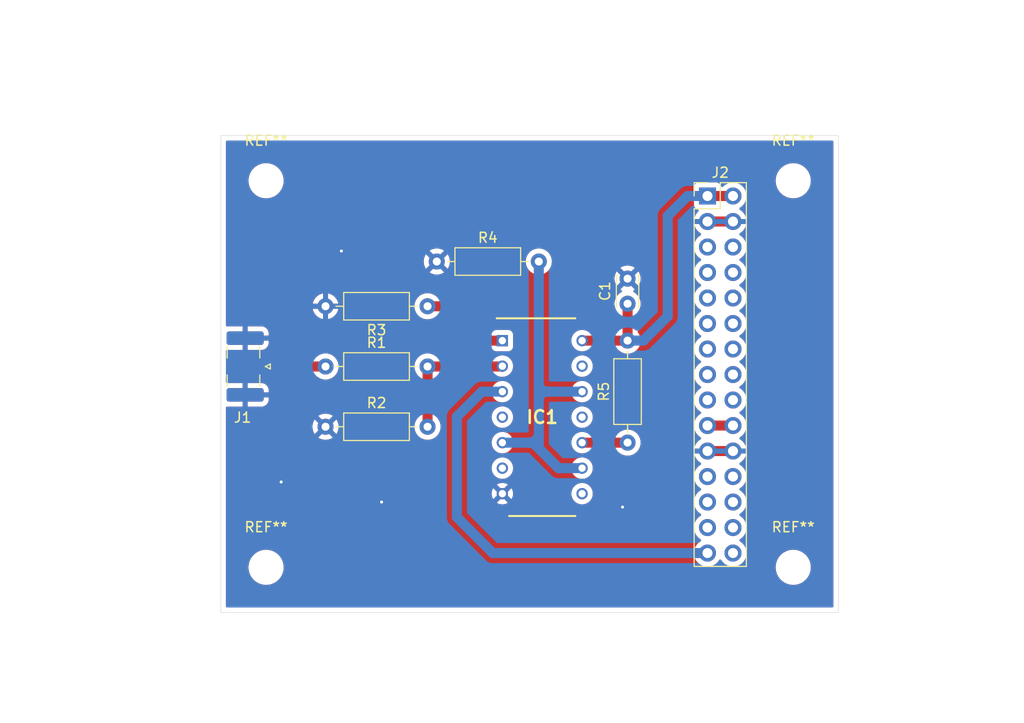
<source format=kicad_pcb>
(kicad_pcb (version 20240108) (generator "pcbnew") (generator_version "8.0")
  (layers (0 "F.Cu" signal) (31 "B.Cu" signal) (34 "B.Paste" user) (35 "F.Paste" user) (36 "B.SilkS" user "B.Silkscreen") (37 "F.SilkS" user "F.Silkscreen") (38 "B.Mask" user) (39 "F.Mask" user) (44 "Edge.Cuts" user))
  (net 0 "")
  (net 1 "Vcc")
  (net 5 "2A")
  (net 8 "Net-(IC1-1A)")
  (net 9 "1Y")
  (net 10 "Net-(IC1-1~{OE})")
  (net 11 "Net-(J1-In)")
  (net 32 "Net-(IC1-3~{OE})")
  (net 33 "GND")
  (net 34 "Net-(J2-Pin_19)")
  (footprint "MountingHole:MountingHole_3mm" (layer "F.Cu") (at 151.5 109)
    (property "Reference" "REF**" (at 0 -4 0) (layer "F.SilkS"))
    (property "Value" "MountingHole_3mm")
    (pad "" np_thru_hole circle (at 0 0) (size 3 3) (drill 3) (layers "*.Cu" "*.Mask"))
  )
  (footprint "MountingHole:MountingHole_3mm" (layer "F.Cu") (at 151.5 70.5)
    (property "Reference" "REF**" (at 0 -4 0) (layer "F.SilkS"))
    (property "Value" "MountingHole_3mm")
    (pad "" np_thru_hole circle (at 0 0) (size 3 3) (drill 3) (layers "*.Cu" "*.Mask"))
  )
  (footprint "Resistor_THT:R_Axial_DIN0207_L6.3mm_D2.5mm_P10.16mm_Horizontal" (layer "F.Cu") (at 135 96.58 90)
    (property "Reference" "R5" (at 5.08 -2.37 90) (layer "F.SilkS"))
    (property "Value" "R")
    (fp_line (start 8.35 -1.37) (end 1.81 -1.37) (stroke (width 0.12)) (layer "F.SilkS"))
    (fp_line (start 1.81 -1.37) (end 1.81 1.37) (stroke (width 0.12)) (layer "F.SilkS"))
    (fp_line (start 9.12 0) (end 8.35 0) (stroke (width 0.12)) (layer "F.SilkS"))
    (fp_line (start 1.04 0) (end 1.81 0) (stroke (width 0.12)) (layer "F.SilkS"))
    (fp_line (start 8.35 1.37) (end 8.35 -1.37) (stroke (width 0.12)) (layer "F.SilkS"))
    (fp_line (start 1.81 1.37) (end 8.35 1.37) (stroke (width 0.12)) (layer "F.SilkS"))
    (pad "1" thru_hole circle (at 0 0 90) (size 1.6 1.6) (drill 0.8) (layers "*.Cu" "*.Mask") (net 32 "Net-(IC1-3~{OE})"))
    (pad "2" thru_hole oval (at 10.16 0 90) (size 1.6 1.6) (drill 0.8) (layers "*.Cu" "*.Mask") (net 1 "Vcc"))
  )
  (footprint "Capacitor_THT:C_Disc_D3.0mm_W2.0mm_P2.50mm" (layer "F.Cu") (at 135 82.75 90)
    (property "Reference" "C1" (at 1.25 -2.25 90) (layer "F.SilkS"))
    (property "Value" "C_Small")
    (fp_line (start 2.87 -1.12) (end 2.87 -1.055) (stroke (width 0.12)) (layer "F.SilkS"))
    (fp_line (start -0.37 -1.12) (end 2.87 -1.12) (stroke (width 0.12)) (layer "F.SilkS"))
    (fp_line (start -0.37 -1.12) (end -0.37 -1.055) (stroke (width 0.12)) (layer "F.SilkS"))
    (fp_line (start 2.87 1.055) (end 2.87 1.12) (stroke (width 0.12)) (layer "F.SilkS"))
    (fp_line (start -0.37 1.055) (end -0.37 1.12) (stroke (width 0.12)) (layer "F.SilkS"))
    (fp_line (start -0.37 1.12) (end 2.87 1.12) (stroke (width 0.12)) (layer "F.SilkS"))
    (pad "1" thru_hole circle (at 0 0 90) (size 1.6 1.6) (drill 0.8) (layers "*.Cu" "*.Mask") (net 1 "Vcc"))
    (pad "2" thru_hole circle (at 2.5 0 90) (size 1.6 1.6) (drill 0.8) (layers "*.Cu" "*.Mask") (net 33 "GND"))
  )
  (footprint "SN74HC125N:DIP794W53P254L1930H508Q14N" (layer "F.Cu") (at 126.5 94.045)
    (property "Reference" "IC1" (at 0 0 0) (layer "F.SilkS") (effects (font (size 1.27 1.27) (thickness 0.254))))
    (property "Value" "SN74HC125N" (hide yes))
    (fp_line (start -4.535 -9.845) (end 3.3 -9.845) (stroke (width 0.2)) (layer "F.SilkS"))
    (fp_line (start -3.3 9.845) (end 3.3 9.845) (stroke (width 0.2)) (layer "F.SilkS"))
    (pad "1" thru_hole rect (at -3.97 -7.62) (size 1.13 1.13) (drill 0.73) (layers "*.Cu" "*.Mask") (net 10 "Net-(IC1-1~{OE})"))
    (pad "2" thru_hole circle (at -3.97 -5.08) (size 1.13 1.13) (drill 0.73) (layers "*.Cu" "*.Mask") (net 8 "Net-(IC1-1A)"))
    (pad "3" thru_hole circle (at -3.97 -2.54) (size 1.13 1.13) (drill 0.73) (layers "*.Cu" "*.Mask") (net 9 "1Y"))
    (pad "4" thru_hole circle (at -3.97 0) (size 1.13 1.13) (drill 0.73) (layers "*.Cu" "*.Mask"))
    (pad "5" thru_hole circle (at -3.97 2.54) (size 1.13 1.13) (drill 0.73) (layers "*.Cu" "*.Mask") (net 5 "2A"))
    (pad "6" thru_hole circle (at -3.97 5.08) (size 1.13 1.13) (drill 0.73) (layers "*.Cu" "*.Mask"))
    (pad "7" thru_hole circle (at -3.97 7.62) (size 1.13 1.13) (drill 0.73) (layers "*.Cu" "*.Mask") (net 33 "GND"))
    (pad "8" thru_hole circle (at 3.97 7.62) (size 1.13 1.13) (drill 0.73) (layers "*.Cu" "*.Mask"))
    (pad "9" thru_hole circle (at 3.97 5.08) (size 1.13 1.13) (drill 0.73) (layers "*.Cu" "*.Mask") (net 5 "2A"))
    (pad "10" thru_hole circle (at 3.97 2.54) (size 1.13 1.13) (drill 0.73) (layers "*.Cu" "*.Mask") (net 32 "Net-(IC1-3~{OE})"))
    (pad "11" thru_hole circle (at 3.97 0) (size 1.13 1.13) (drill 0.73) (layers "*.Cu" "*.Mask"))
    (pad "12" thru_hole circle (at 3.97 -2.54) (size 1.13 1.13) (drill 0.73) (layers "*.Cu" "*.Mask") (net 5 "2A"))
    (pad "13" thru_hole circle (at 3.97 -5.08) (size 1.13 1.13) (drill 0.73) (layers "*.Cu" "*.Mask"))
    (pad "14" thru_hole circle (at 3.97 -7.62) (size 1.13 1.13) (drill 0.73) (layers "*.Cu" "*.Mask") (net 1 "Vcc"))
  )
  (footprint "Resistor_THT:R_Axial_DIN0207_L6.3mm_D2.5mm_P10.16mm_Horizontal" (layer "F.Cu") (at 104.92 95)
    (property "Reference" "R2" (at 5.08 -2.37 0) (layer "F.SilkS"))
    (property "Value" "R")
    (fp_line (start 1.04 0) (end 1.81 0) (stroke (width 0.12)) (layer "F.SilkS"))
    (fp_line (start 1.81 -1.37) (end 1.81 1.37) (stroke (width 0.12)) (layer "F.SilkS"))
    (fp_line (start 1.81 1.37) (end 8.35 1.37) (stroke (width 0.12)) (layer "F.SilkS"))
    (fp_line (start 8.35 -1.37) (end 1.81 -1.37) (stroke (width 0.12)) (layer "F.SilkS"))
    (fp_line (start 8.35 1.37) (end 8.35 -1.37) (stroke (width 0.12)) (layer "F.SilkS"))
    (fp_line (start 9.12 0) (end 8.35 0) (stroke (width 0.12)) (layer "F.SilkS"))
    (pad "1" thru_hole circle (at 0 0) (size 1.6 1.6) (drill 0.8) (layers "*.Cu" "*.Mask") (net 33 "GND"))
    (pad "2" thru_hole oval (at 10.16 0) (size 1.6 1.6) (drill 0.8) (layers "*.Cu" "*.Mask") (net 8 "Net-(IC1-1A)"))
  )
  (footprint "Resistor_THT:R_Axial_DIN0207_L6.3mm_D2.5mm_P10.16mm_Horizontal" (layer "F.Cu") (at 115.08 83 180)
    (property "Reference" "R3" (at 5.08 -2.37 0) (layer "F.SilkS"))
    (property "Value" "R")
    (fp_line (start 9.12 0) (end 8.35 0) (stroke (width 0.12)) (layer "F.SilkS"))
    (fp_line (start 8.35 1.37) (end 8.35 -1.37) (stroke (width 0.12)) (layer "F.SilkS"))
    (fp_line (start 8.35 -1.37) (end 1.81 -1.37) (stroke (width 0.12)) (layer "F.SilkS"))
    (fp_line (start 1.81 1.37) (end 8.35 1.37) (stroke (width 0.12)) (layer "F.SilkS"))
    (fp_line (start 1.81 -1.37) (end 1.81 1.37) (stroke (width 0.12)) (layer "F.SilkS"))
    (fp_line (start 1.04 0) (end 1.81 0) (stroke (width 0.12)) (layer "F.SilkS"))
    (pad "1" thru_hole circle (at 0 0 180) (size 1.6 1.6) (drill 0.8) (layers "*.Cu" "*.Mask") (net 10 "Net-(IC1-1~{OE})"))
    (pad "2" thru_hole oval (at 10.16 0 180) (size 1.6 1.6) (drill 0.8) (layers "*.Cu" "*.Mask") (net 33 "GND"))
  )
  (footprint "Connector_Coaxial:SMA_Samtec_SMA-J-P-H-ST-EM1_EdgeMount" (layer "F.Cu") (at 96.6625 89 180)
    (property "Reference" "J1" (at 0 -5.08 0) (layer "F.SilkS"))
    (property "Value" "Conn_Coaxial")
    (fp_line (start 1.54 1.95) (end 1.54 0.84) (stroke (width 0.12)) (layer "F.SilkS"))
    (fp_line (start 1.54 -0.84) (end 1.54 -1.95) (stroke (width 0.12)) (layer "F.SilkS"))
    (fp_line (start -1.71 1.95) (end -1.71 0.84) (stroke (width 0.12)) (layer "F.SilkS"))
    (fp_line (start -1.71 -0.84) (end -1.71 -1.95) (stroke (width 0.12)) (layer "F.SilkS"))
    (fp_line (start -2.26 0) (end -2.76 -0.25) (stroke (width 0.12)) (layer "F.SilkS"))
    (fp_line (start -2.76 0.25) (end -2.26 0) (stroke (width 0.12)) (layer "F.SilkS"))
    (fp_line (start -2.76 -0.25) (end -2.76 0.25) (stroke (width 0.12)) (layer "F.SilkS"))
    (pad "1" smd roundrect (at 0 0 270) (size 1.27 3.2) (layers "F.Cu" "F.Mask") (roundrect_rratio 0.1968503937) (net 11 "Net-(J1-In)"))
    (pad "2" smd roundrect (at -0.25 -2.825 270) (size 1.35 3.7) (layers "F.Cu" "F.Mask") (roundrect_rratio 0.1851851852) (net 33 "GND"))
    (pad "2" smd roundrect (at -0.25 -2.825 270) (size 1.35 3.7) (layers "B.Cu" "B.Mask") (roundrect_rratio 0.1851851852) (net 33 "GND"))
    (pad "2" smd roundrect (at -0.25 2.825 270) (size 1.35 3.7) (layers "F.Cu" "F.Mask") (roundrect_rratio 0.1851851852) (net 33 "GND"))
    (pad "2" smd roundrect (at -0.25 2.825 270) (size 1.35 3.7) (layers "B.Cu" "B.Mask") (roundrect_rratio 0.1851851852) (net 33 "GND"))
  )
  (footprint "Resistor_THT:R_Axial_DIN0207_L6.3mm_D2.5mm_P10.16mm_Horizontal" (layer "F.Cu") (at 116 78.545)
    (property "Reference" "R4" (at 5.08 -2.37 0) (layer "F.SilkS"))
    (property "Value" "R")
    (fp_line (start 1.04 0) (end 1.81 0) (stroke (width 0.12)) (layer "F.SilkS"))
    (fp_line (start 1.81 -1.37) (end 1.81 1.37) (stroke (width 0.12)) (layer "F.SilkS"))
    (fp_line (start 1.81 1.37) (end 8.35 1.37) (stroke (width 0.12)) (layer "F.SilkS"))
    (fp_line (start 8.35 -1.37) (end 1.81 -1.37) (stroke (width 0.12)) (layer "F.SilkS"))
    (fp_line (start 8.35 1.37) (end 8.35 -1.37) (stroke (width 0.12)) (layer "F.SilkS"))
    (fp_line (start 9.12 0) (end 8.35 0) (stroke (width 0.12)) (layer "F.SilkS"))
    (pad "1" thru_hole circle (at 0 0) (size 1.6 1.6) (drill 0.8) (layers "*.Cu" "*.Mask") (net 33 "GND"))
    (pad "2" thru_hole oval (at 10.16 0) (size 1.6 1.6) (drill 0.8) (layers "*.Cu" "*.Mask") (net 5 "2A"))
  )
  (footprint "MountingHole:MountingHole_3mm" (layer "F.Cu") (at 99 109)
    (property "Reference" "REF**" (at 0 -4 0) (layer "F.SilkS"))
    (property "Value" "MountingHole_3mm")
    (pad "" np_thru_hole circle (at 0 0) (size 3 3) (drill 3) (layers "*.Cu" "*.Mask"))
  )
  (footprint "MountingHole:MountingHole_3mm" (layer "F.Cu") (at 99 70.5)
    (property "Reference" "REF**" (at 0 -4 0) (layer "F.SilkS"))
    (property "Value" "MountingHole_3mm")
    (pad "" np_thru_hole circle (at 0 0) (size 3 3) (drill 3) (layers "*.Cu" "*.Mask"))
  )
  (footprint "Resistor_THT:R_Axial_DIN0207_L6.3mm_D2.5mm_P10.16mm_Horizontal" (layer "F.Cu") (at 104.92 89)
    (property "Reference" "R1" (at 5.08 -2.37 0) (layer "F.SilkS"))
    (property "Value" "R")
    (fp_line (start 1.04 0) (end 1.81 0) (stroke (width 0.12)) (layer "F.SilkS"))
    (fp_line (start 1.81 -1.37) (end 1.81 1.37) (stroke (width 0.12)) (layer "F.SilkS"))
    (fp_line (start 1.81 1.37) (end 8.35 1.37) (stroke (width 0.12)) (layer "F.SilkS"))
    (fp_line (start 8.35 -1.37) (end 1.81 -1.37) (stroke (width 0.12)) (layer "F.SilkS"))
    (fp_line (start 8.35 1.37) (end 8.35 -1.37) (stroke (width 0.12)) (layer "F.SilkS"))
    (fp_line (start 9.12 0) (end 8.35 0) (stroke (width 0.12)) (layer "F.SilkS"))
    (pad "1" thru_hole circle (at 0 0) (size 1.6 1.6) (drill 0.8) (layers "*.Cu" "*.Mask") (net 11 "Net-(J1-In)"))
    (pad "2" thru_hole oval (at 10.16 0) (size 1.6 1.6) (drill 0.8) (layers "*.Cu" "*.Mask") (net 8 "Net-(IC1-1A)"))
  )
  (footprint "Connector_PinHeader_2.54mm:PinHeader_2x15_P2.54mm_Vertical" (layer "F.Cu") (at 142.96 72.02)
    (property "Reference" "J2" (at 1.27 -2.33 0) (layer "F.SilkS"))
    (property "Value" "Conn_02x15_Odd_Even")
    (fp_line (start -1.33 -1.33) (end 0 -1.33) (stroke (width 0.12)) (layer "F.SilkS"))
    (fp_line (start -1.33 0) (end -1.33 -1.33) (stroke (width 0.12)) (layer "F.SilkS"))
    (fp_line (start -1.33 1.27) (end -1.33 36.89) (stroke (width 0.12)) (layer "F.SilkS"))
    (fp_line (start -1.33 1.27) (end 1.27 1.27) (stroke (width 0.12)) (layer "F.SilkS"))
    (fp_line (start -1.33 36.89) (end 3.87 36.89) (stroke (width 0.12)) (layer "F.SilkS"))
    (fp_line (start 1.27 -1.33) (end 3.87 -1.33) (stroke (width 0.12)) (layer "F.SilkS"))
    (fp_line (start 1.27 1.27) (end 1.27 -1.33) (stroke (width 0.12)) (layer "F.SilkS"))
    (fp_line (start 3.87 -1.33) (end 3.87 36.89) (stroke (width 0.12)) (layer "F.SilkS"))
    (pad "1" thru_hole rect (at 0 0) (size 1.7 1.7) (drill 1) (layers "*.Cu" "*.Mask") (net 1 "Vcc"))
    (pad "2" thru_hole oval (at 2.54 0) (size 1.7 1.7) (drill 1) (layers "*.Cu" "*.Mask") (net 1 "Vcc"))
    (pad "3" thru_hole oval (at 0 2.54) (size 1.7 1.7) (drill 1) (layers "*.Cu" "*.Mask") (net 33 "GND"))
    (pad "4" thru_hole oval (at 2.54 2.54) (size 1.7 1.7) (drill 1) (layers "*.Cu" "*.Mask") (net 33 "GND"))
    (pad "5" thru_hole oval (at 0 5.08) (size 1.7 1.7) (drill 1) (layers "*.Cu" "*.Mask"))
    (pad "6" thru_hole oval (at 2.54 5.08) (size 1.7 1.7) (drill 1) (layers "*.Cu" "*.Mask"))
    (pad "7" thru_hole oval (at 0 7.62) (size 1.7 1.7) (drill 1) (layers "*.Cu" "*.Mask"))
    (pad "8" thru_hole oval (at 2.54 7.62) (size 1.7 1.7) (drill 1) (layers "*.Cu" "*.Mask"))
    (pad "9" thru_hole oval (at 0 10.16) (size 1.7 1.7) (drill 1) (layers "*.Cu" "*.Mask"))
    (pad "10" thru_hole oval (at 2.54 10.16) (size 1.7 1.7) (drill 1) (layers "*.Cu" "*.Mask"))
    (pad "11" thru_hole oval (at 0 12.7) (size 1.7 1.7) (drill 1) (layers "*.Cu" "*.Mask"))
    (pad "12" thru_hole oval (at 2.54 12.7) (size 1.7 1.7) (drill 1) (layers "*.Cu" "*.Mask"))
    (pad "13" thru_hole oval (at 0 15.24) (size 1.7 1.7) (drill 1) (layers "*.Cu" "*.Mask"))
    (pad "14" thru_hole oval (at 2.54 15.24) (size 1.7 1.7) (drill 1) (layers "*.Cu" "*.Mask"))
    (pad "15" thru_hole oval (at 0 17.78) (size 1.7 1.7) (drill 1) (layers "*.Cu" "*.Mask"))
    (pad "16" thru_hole oval (at 2.54 17.78) (size 1.7 1.7) (drill 1) (layers "*.Cu" "*.Mask"))
    (pad "17" thru_hole oval (at 0 20.32) (size 1.7 1.7) (drill 1) (layers "*.Cu" "*.Mask"))
    (pad "18" thru_hole oval (at 2.54 20.32) (size 1.7 1.7) (drill 1) (layers "*.Cu" "*.Mask"))
    (pad "19" thru_hole oval (at 0 22.86) (size 1.7 1.7) (drill 1) (layers "*.Cu" "*.Mask") (net 34 "Net-(J2-Pin_19)"))
    (pad "20" thru_hole oval (at 2.54 22.86) (size 1.7 1.7) (drill 1) (layers "*.Cu" "*.Mask") (net 34 "Net-(J2-Pin_19)"))
    (pad "21" thru_hole oval (at 0 25.4) (size 1.7 1.7) (drill 1) (layers "*.Cu" "*.Mask") (net 33 "GND"))
    (pad "22" thru_hole oval (at 2.54 25.4) (size 1.7 1.7) (drill 1) (layers "*.Cu" "*.Mask") (net 33 "GND"))
    (pad "23" thru_hole oval (at 0 27.94) (size 1.7 1.7) (drill 1) (layers "*.Cu" "*.Mask"))
    (pad "24" thru_hole oval (at 2.54 27.94) (size 1.7 1.7) (drill 1) (layers "*.Cu" "*.Mask"))
    (pad "25" thru_hole oval (at 0 30.48) (size 1.7 1.7) (drill 1) (layers "*.Cu" "*.Mask"))
    (pad "26" thru_hole oval (at 2.54 30.48) (size 1.7 1.7) (drill 1) (layers "*.Cu" "*.Mask"))
    (pad "27" thru_hole oval (at 0 33.02) (size 1.7 1.7) (drill 1) (layers "*.Cu" "*.Mask"))
    (pad "28" thru_hole oval (at 2.54 33.02) (size 1.7 1.7) (drill 1) (layers "*.Cu" "*.Mask"))
    (pad "29" thru_hole oval (at 0 35.56) (size 1.7 1.7) (drill 1) (layers "*.Cu" "*.Mask") (net 9 "1Y"))
    (pad "30" thru_hole oval (at 2.54 35.56) (size 1.7 1.7) (drill 1) (layers "*.Cu" "*.Mask"))
  )
  (gr_rect (start 94.5 66) (end 156 113.5) (stroke (width 0.05)) (fill none) (layer "Edge.Cuts"))
  (segment (start 135 86.42) (end 135 82.75) (width 1) (layer "F.Cu") (net 1))
  (segment (start 130.47 86.425) (end 134.995 86.425) (width 1) (layer "F.Cu") (net 1))
  (segment (start 142.96 72.02) (end 145.5 72.02) (width 1) (layer "F.Cu") (net 1))
  (segment (start 134.995 86.425) (end 135 86.42) (width 1) (layer "F.Cu") (net 1))
  (segment (start 139 84) (end 139 74) (width 1) (layer "B.Cu") (net 1))
  (segment (start 135 86.42) (end 136.58 86.42) (width 1) (layer "B.Cu") (net 1))
  (segment (start 136.58 86.42) (end 139 84) (width 1) (layer "B.Cu") (net 1))
  (segment (start 139 74) (end 140.98 72.02) (width 1) (layer "B.Cu") (net 1))
  (segment (start 140.98 72.02) (end 142.96 72.02) (width 1) (layer "B.Cu") (net 1))
  (segment (start 125.585 96.585) (end 126.16 97.16) (width 1) (layer "B.Cu") (net 5))
  (segment (start 122.53 96.585) (end 125 96.585) (width 1) (layer "B.Cu") (net 5))
  (segment (start 126.16 97.16) (end 126.16 96) (width 1) (layer "B.Cu") (net 5))
  (segment (start 130.47 91.505) (end 127 91.505) (width 1) (layer "B.Cu") (net 5))
  (segment (start 130.47 99.125) (end 128.125 99.125) (width 1) (layer "B.Cu") (net 5))
  (segment (start 126.665 91.505) (end 126.16 91) (width 1) (layer "B.Cu") (net 5))
  (segment (start 126.16 92) (end 126.16 91) (width 1) (layer "B.Cu") (net 5))
  (segment (start 128.125 99.125) (end 126.16 97.16) (width 1) (layer "B.Cu") (net 5))
  (segment (start 126.16 91) (end 126.16 78.545) (width 1) (layer "B.Cu") (net 5))
  (segment (start 125.575 96.585) (end 126.16 96) (width 1) (layer "B.Cu") (net 5))
  (segment (start 126.655 91.505) (end 126.16 92) (width 1) (layer "B.Cu") (net 5))
  (segment (start 126.16 96) (end 126.16 92) (width 1) (layer "B.Cu") (net 5))
  (segment (start 125 96.585) (end 125.585 96.585) (width 1) (layer "B.Cu") (net 5))
  (segment (start 127 91.505) (end 126.655 91.505) (width 1) (layer "B.Cu") (net 5))
  (segment (start 127 91.505) (end 126.665 91.505) (width 1) (layer "B.Cu") (net 5))
  (segment (start 125 96.585) (end 125.575 96.585) (width 1) (layer "B.Cu") (net 5))
  (segment (start 122.495 89) (end 122.53 88.965) (width 1) (layer "F.Cu") (net 8))
  (segment (start 115.08 89) (end 122.495 89) (width 1) (layer "F.Cu") (net 8))
  (segment (start 115.08 89) (end 115.08 95) (width 1) (layer "F.Cu") (net 8))
  (segment (start 115.115 88.965) (end 115.08 89) (width 0.8) (layer "F.Cu") (net 8))
  (segment (start 120.495 91.505) (end 118 94) (width 1) (layer "B.Cu") (net 9))
  (segment (start 118 104) (end 121.58 107.58) (width 1) (layer "B.Cu") (net 9))
  (segment (start 118 94) (end 118 104) (width 1) (layer "B.Cu") (net 9))
  (segment (start 122.53 91.505) (end 120.495 91.505) (width 1) (layer "B.Cu") (net 9))
  (segment (start 121.58 107.58) (end 142.96 107.58) (width 1) (layer "B.Cu") (net 9))
  (segment (start 122.53 86.425) (end 120.425 86.425) (width 1) (layer "F.Cu") (net 10))
  (segment (start 117 83) (end 115.08 83) (width 1) (layer "F.Cu") (net 10))
  (segment (start 120.425 86.425) (end 117 83) (width 1) (layer "F.Cu") (net 10))
  (segment (start 96.6625 89) (end 104.92 89) (width 1) (layer "F.Cu") (net 11))
  (segment (start 134.995 96.585) (end 135 96.58) (width 1) (layer "F.Cu") (net 32))
  (segment (start 130.47 96.585) (end 134.995 96.585) (width 1) (layer "F.Cu") (net 32))
  (segment (start 142.96 97.42) (end 145.5 97.42) (width 1) (layer "F.Cu") (net 33))
  (segment (start 142.96 74.56) (end 145.5 74.56) (width 1) (layer "F.Cu") (net 33))
  (via (at 100.5 100.5) (size 0.6) (drill 0.3) (layers "F.Cu" "B.Cu") (net 33))
  (via (at 110.5 102.5) (size 0.6) (drill 0.3) (layers "F.Cu" "B.Cu") (net 33))
  (via (at 106.5 77.5) (size 0.6) (drill 0.3) (layers "F.Cu" "B.Cu") (net 33))
  (via (at 134.5 103) (size 0.6) (drill 0.3) (layers "F.Cu" "B.Cu") (net 33))
  (segment (start 142.96 94.88) (end 145.5 94.88) (width 1) (layer "F.Cu") (net 34))
  (zone (net 33) (net_name "GND") (layers "F&B.Cu") (connect_pads (clearance 0.5)) (min_thickness 0.25) (fill yes (thermal_gap 0.5) (thermal_bridge_width 0.5))
    (polygon (pts (xy 173.5 52.5) (xy 74.5 54.5) (xy 72.5 124) (xy 174.5 124.5)))
  )
)
</source>
